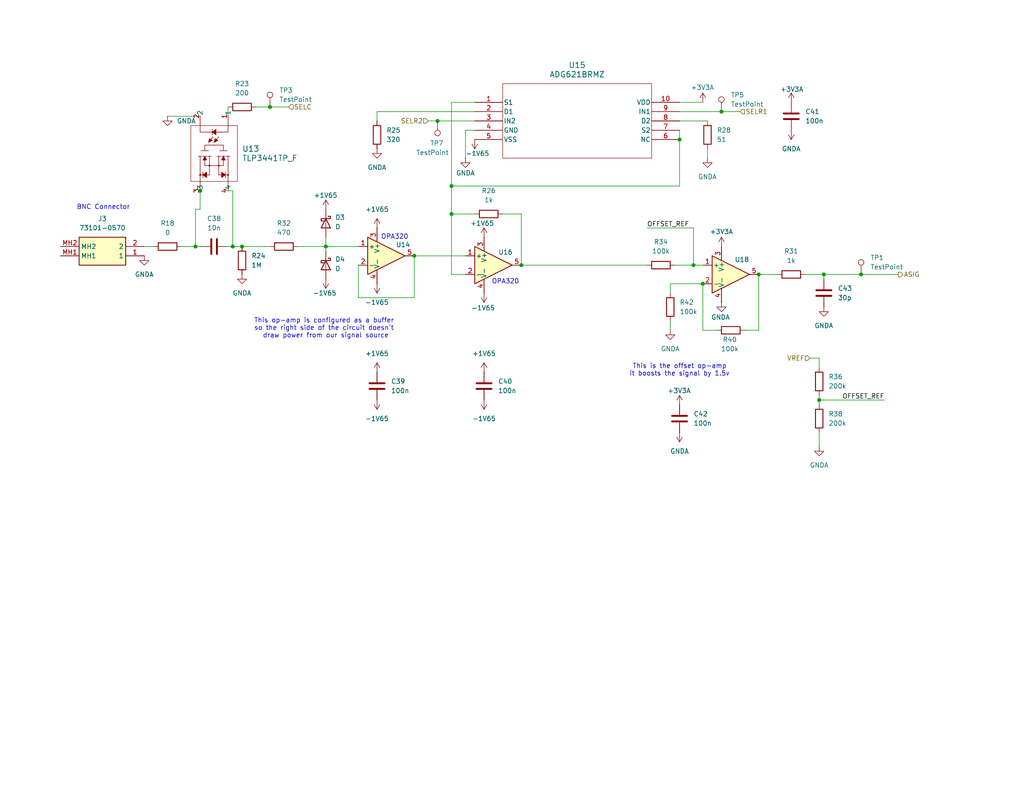
<source format=kicad_sch>
(kicad_sch (version 20250114) (generator "eeschema") (generator_version "9.0")
  (paper "USLetter")
  (title_block (title "analog frontend") (date "2026-01-18"))
  (lib_symbols
    (symbol "ADG621BRMZ (switch):ADG621BRMZ" (pin_names (offset 0.254))
      (property "Reference" "U" (at 27.94 10.16 0))
      (property "Value" "ADG621BRMZ" (at 27.94 7.62 0))
      (symbol "ADG621BRMZ_0_1"
        (polyline (pts (xy 7.62 5.08) (xy 7.62 -15.24)) (stroke (width 0.127)))
        (polyline (pts (xy 7.62 -15.24) (xy 48.26 -15.24)) (stroke (width 0.127)))
        (polyline (pts (xy 48.26 5.08) (xy 7.62 5.08)) (stroke (width 0.127)))
        (polyline (pts (xy 48.26 -15.24) (xy 48.26 5.08)) (stroke (width 0.127)))
        (pin unspecified line (at 0 0 0) (length 7.62) (name "S1") (number "1"))
        (pin unspecified line (at 0 -2.54 0) (length 7.62) (name "D1") (number "2"))
        (pin unspecified line (at 0 -5.08 0) (length 7.62) (name "IN2") (number "3"))
        (pin unspecified line (at 0 -7.62 0) (length 7.62) (name "GND") (number "4"))
        (pin power_in line (at 0 -10.16 0) (length 7.62) (name "VSS") (number "5"))
        (pin power_in line (at 55.88 0 180) (length 7.62) (name "VDD") (number "10"))
        (pin unspecified line (at 55.88 -2.54 180) (length 7.62) (name "IN1") (number "9"))
        (pin unspecified line (at 55.88 -5.08 180) (length 7.62) (name "D2") (number "8"))
        (pin unspecified line (at 55.88 -7.62 180) (length 7.62) (name "S2") (number "7"))
        (pin unspecified line (at 55.88 -10.16 180) (length 7.62) (name "NC") (number "6"))
      )
    )
    (symbol "BNC:73101-0570"
      (property "Reference" "J" (at 19.05 7.62 0))
      (property "Value" "73101-0570" (at 19.05 5.08 0))
      (symbol "73101-0570_1_1"
        (rectangle (start 5.08 2.54) (end 17.78 -5.08) (stroke (width 0.254)) (fill (type background)))
        (pin passive line (at 0 0 0) (length 5.08) (name "1") (number "1"))
        (pin passive line (at 0 -2.54 0) (length 5.08) (name "2") (number "2"))
        (pin passive line (at 22.86 0 180) (length 5.08) (name "MH1") (number "MH1"))
        (pin passive line (at 22.86 -2.54 180) (length 5.08) (name "MH2") (number "MH2"))
      )
    )
    (symbol "Connector:TestPoint" (pin_numbers (hide yes)) (pin_names (offset 0.762) (hide yes))
      (property "Reference" "TP" (at 0 6.858 0))
      (property "Value" "TestPoint" (at 0 5.08 0))
      (symbol "TestPoint_0_1"
        (circle (center 0 3.302) (radius 0.762))
      )
      (symbol "TestPoint_1_1"
        (pin passive line (at 0 0 90) (length 2.54) (name "1") (number "1"))
      )
    )
    (symbol "Device:C" (pin_numbers (hide yes)) (pin_names (offset 0.254))
      (property "Reference" "C" (at 0.635 2.54 0))
      (property "Value" "C" (at 0.635 -2.54 0))
      (symbol "C_0_1"
        (polyline (pts (xy -2.032 0.762) (xy 2.032 0.762)) (stroke (width 0.508)))
        (polyline (pts (xy -2.032 -0.762) (xy 2.032 -0.762)) (stroke (width 0.508)))
      )
      (symbol "C_1_1"
        (pin passive line (at 0 3.81 270) (length 2.794) (name "~") (number "1"))
        (pin passive line (at 0 -3.81 90) (length 2.794) (name "~") (number "2"))
      )
    )
    (symbol "Device:D_Schottky" (pin_numbers (hide yes)) (pin_names (offset 1.016) (hide yes))
      (property "Reference" "D" (at 0 2.54 0))
      (property "Value" "D_Schottky" (at 0 -2.54 0))
      (symbol "D_Schottky_0_1"
        (polyline (pts (xy -1.905 0.635) (xy -1.905 1.27) (xy -1.27 1.27) (xy -1.27 -1.27) (xy -0.635 -1.27) (xy -0.635 -0.635)) (stroke (width 0.254)))
        (polyline (pts (xy 1.27 1.27) (xy 1.27 -1.27) (xy -1.27 0) (xy 1.27 1.27)) (stroke (width 0.254)))
        (polyline (pts (xy 1.27 0) (xy -1.27 0)))
      )
      (symbol "D_Schottky_1_1"
        (pin passive line (at -3.81 0 0) (length 2.54) (name "K") (number "1"))
        (pin passive line (at 3.81 0 180) (length 2.54) (name "A") (number "2"))
      )
    )
    (symbol "Device:R" (pin_numbers (hide yes)) (pin_names (offset 0))
      (property "Reference" "R" (at 2.032 0 90))
      (property "Value" "R" (at 0 0 90))
      (symbol "R_0_1"
        (rectangle (start -1.016 -2.54) (end 1.016 2.54) (stroke (width 0.254)))
      )
      (symbol "R_1_1"
        (pin passive line (at 0 3.81 270) (length 1.27) (name "~") (number "1"))
        (pin passive line (at 0 -3.81 90) (length 1.27) (name "~") (number "2"))
      )
    )
    (symbol "Simulation_SPICE:OPAMP" (pin_names (offset 0.254))
      (property "Reference" "U" (at 3.81 3.175 0))
      (property "Value" "${SIM.PARAMS}" (at 3.81 -3.175 0))
      (symbol "OPAMP_0_1"
        (polyline (pts (xy 5.08 0) (xy -5.08 5.08) (xy -5.08 -5.08) (xy 5.08 0)) (stroke (width 0.254)) (fill (type background)))
      )
      (symbol "OPAMP_1_1"
        (pin input line (at -7.62 2.54 0) (length 2.54) (name "+") (number "1"))
        (pin input line (at -7.62 -2.54 0) (length 2.54) (name "-") (number "2"))
        (pin power_in line (at -2.54 7.62 270) (length 3.81) (name "V+") (number "3"))
        (pin power_in line (at -2.54 -7.62 90) (length 3.81) (name "V-") (number "4"))
        (pin output line (at 7.62 0 180) (length 2.54) (name "~") (number "5"))
      )
    )
    (symbol "TLP3441:TLP3441TP_F" (pin_names (offset 0.254))
      (property "Reference" "U" (at 0 0 0))
      (property "Value" "TLP3441TP_F" (at 0 0 0))
      (symbol "TLP3441TP_F_0_1"
        (polyline (pts (xy -2.54 -2.54) (xy 0 -2.54)))
        (polyline (pts (xy -2.54 -10.16) (xy 0 -10.16)))
        (polyline (pts (xy 0 0) (xy 15.24 0)) (stroke (width 0.127)))
        (polyline (pts (xy 0 -12.7) (xy 0 0)) (stroke (width 0.127)))
        (polyline (pts (xy 1.016 -5.842) (xy 1.016 -5.842) (xy 2.54 -5.842) (xy 1.778 -6.858) (xy 1.016 -5.842)) (fill (type outline)))
        (polyline (pts (xy 1.016 -6.858) (xy 2.54 -6.858)))
        (polyline (pts (xy 1.778 -2.54) (xy 0 -2.54)))
        (polyline (pts (xy 1.778 -2.54) (xy 1.778 -5.842)))
        (polyline (pts (xy 1.778 -10.16) (xy 0 -10.16)))
        (polyline (pts (xy 1.778 -10.16) (xy 1.778 -6.858)))
        (polyline (pts (xy 4.572 -6.35) (xy 3.048 -5.08)))
        (polyline (pts (xy 4.572 -6.35) (xy 4.572 -6.35) (xy 4.064 -5.334) (xy 3.556 -6.096) (xy 4.572 -6.35)) (fill (type outline)))
        (polyline (pts (xy 4.572 -7.874) (xy 3.048 -6.604)))
        (polyline (pts (xy 4.572 -7.874) (xy 4.572 -7.874) (xy 4.064 -6.858) (xy 3.556 -7.62) (xy 4.572 -7.874)) (fill (type outline)))
        (polyline (pts (xy 5.334 -3.81) (xy 5.334 -8.89)))
        (polyline (pts (xy 6.858 -2.794) (xy 6.858 -4.826)))
        (polyline (pts (xy 6.858 -3.81) (xy 5.334 -3.81)))
        (polyline (pts (xy 6.858 -7.874) (xy 6.858 -9.906)))
        (polyline (pts (xy 6.858 -8.89) (xy 5.334 -8.89)))
        (polyline (pts (xy 8.382 -2.032) (xy 8.382 -3.048)))
        (polyline (pts (xy 8.382 -2.54) (xy 15.24 -2.54)))
        (polyline (pts (xy 8.382 -3.302) (xy 8.382 -4.318)))
        (polyline (pts (xy 8.382 -3.81) (xy 8.382 -3.81) (xy 9.398 -3.302) (xy 9.398 -4.318) (xy 8.382 -3.81)) (fill (type outline)))
        (polyline (pts (xy 8.382 -4.572) (xy 8.382 -5.588)))
        (polyline (pts (xy 8.382 -5.08) (xy 13.462 -5.08)))
        (polyline (pts (xy 8.382 -7.112) (xy 8.382 -8.128)))
        (polyline (pts (xy 8.382 -7.62) (xy 13.462 -7.62)))
        (polyline (pts (xy 8.382 -8.382) (xy 8.382 -9.398)))
        (polyline (pts (xy 8.382 -8.89) (xy 8.382 -8.89) (xy 9.398 -8.382) (xy 9.398 -9.398) (xy 8.382 -8.89)) (fill (type outline)))
        (polyline (pts (xy 8.382 -9.652) (xy 8.382 -10.668)))
        (polyline (pts (xy 8.382 -10.16) (xy 15.24 -10.16)))
        (polyline (pts (xy 9.398 -3.81) (xy 10.922 -3.81)))
        (polyline (pts (xy 9.398 -8.89) (xy 10.922 -8.89)))
        (polyline (pts (xy 10.922 -3.81) (xy 10.922 -8.89)))
        (circle (center 10.922 -5.08) (radius 0.127) (stroke (width 0.254)))
        (circle (center 10.922 -7.62) (radius 0.127) (stroke (width 0.254)))
        (polyline (pts (xy 12.7 -3.302) (xy 14.224 -3.302)))
        (polyline (pts (xy 12.7 -8.382) (xy 12.7 -8.382) (xy 14.224 -8.382) (xy 13.462 -9.398) (xy 12.7 -8.382)) (fill (type outline)))
        (polyline (pts (xy 12.7 -9.398) (xy 14.224 -9.398)))
        (polyline (pts (xy 13.462 -2.54) (xy 13.462 -3.302)))
        (circle (center 13.462 -2.54) (radius 0.127) (stroke (width 0.254)))
        (polyline (pts (xy 13.462 -3.302) (xy 13.462 -3.302) (xy 12.7 -4.318) (xy 14.224 -4.318) (xy 13.462 -3.302)) (fill (type outline)))
        (polyline (pts (xy 13.462 -4.318) (xy 13.462 -5.08)))
        (polyline (pts (xy 13.462 -7.62) (xy 13.462 -8.382)))
        (polyline (pts (xy 13.462 -9.398) (xy 13.462 -10.16)))
        (circle (center 13.462 -10.16) (radius 0.127) (stroke (width 0.254)))
        (polyline (pts (xy 15.24 0) (xy 15.24 -12.7)) (stroke (width 0.127)))
        (polyline (pts (xy 15.24 -12.7) (xy 0 -12.7)) (stroke (width 0.127)))
        (polyline (pts (xy 17.78 -2.54) (xy 15.24 -2.54)))
        (polyline (pts (xy 17.78 -10.16) (xy 15.24 -10.16)))
        (pin unspecified line (at -2.5146 -2.54 180) (length 0.0254) (name "1") (number "1"))
        (pin unspecified line (at -2.5146 -10.16 180) (length 0.0254) (name "2") (number "2"))
        (pin unspecified line (at 17.8054 -2.54 180) (length 0.0254) (name "4") (number "4"))
        (pin unspecified line (at 17.8054 -10.16 180) (length 0.0254) (name "3") (number "3"))
      )
    )
    (symbol "power:+3V3" (power) (pin_numbers (hide yes)) (pin_names (offset 0) (hide yes))
      (property "Value" "+3V3" (at 0 3.556 0))
      (symbol "+3V3_0_1"
        (polyline (pts (xy -0.762 1.27) (xy 0 2.54)))
        (polyline (pts (xy 0 2.54) (xy 0.762 1.27)))
        (polyline (pts (xy 0 0) (xy 0 2.54)))
      )
      (symbol "+3V3_1_1"
        (pin power_in line (at 0 0 90) (length 0) (name "~") (number "1"))
      )
    )
    (symbol "power:GND" (power) (pin_numbers (hide yes)) (pin_names (offset 0) (hide yes))
      (property "Value" "GND" (at 0 -3.81 0))
      (symbol "GND_0_1"
        (polyline (pts (xy 0 0) (xy 0 -1.27) (xy 1.27 -1.27) (xy 0 -2.54) (xy -1.27 -1.27) (xy 0 -1.27)))
      )
      (symbol "GND_1_1"
        (pin power_in line (at 0 0 270) (length 0) (name "~") (number "1"))
      )
    )
    (symbol "power:GNDA" (power) (pin_numbers (hide yes)) (pin_names (offset 0) (hide yes))
      (property "Value" "GNDA" (at 0 -3.81 0))
      (symbol "GNDA_0_1"
        (polyline (pts (xy 0 0) (xy 0 -1.27) (xy 1.27 -1.27) (xy 0 -2.54) (xy -1.27 -1.27) (xy 0 -1.27)))
      )
      (symbol "GNDA_1_1"
        (pin power_in line (at 0 0 270) (length 0) (name "~") (number "1"))
      )
    )
    (symbol "power:VDC" (power) (pin_numbers (hide yes)) (pin_names (offset 0) (hide yes))
      (property "Value" "VDC" (at 0 3.556 0))
      (symbol "VDC_0_1"
        (polyline (pts (xy -0.762 1.27) (xy 0 2.54)))
        (polyline (pts (xy 0 2.54) (xy 0.762 1.27)))
        (polyline (pts (xy 0 0) (xy 0 2.54)))
      )
      (symbol "VDC_1_1"
        (pin power_in line (at 0 0 90) (length 0) (name "~") (number "1"))
      )
    )
  )
  (text "OPA320\n" (at 137.922 76.962 0) (effects (font (size 1.27 1.27))))
  (text "OPA320\n" (at 107.696 64.77 0) (effects (font (size 1.27 1.27))))
  (text "BNC Connector\n" (at 28.194 56.642 0) (effects (font (size 1.27 1.27))))
  (text "This op-amp is configured as a buffer \nso the right side of the circuit doesn't \ndraw power from our signal source" (at 88.9 89.662 0) (effects (font (size 1.27 1.27))))
  (text "This is the offset op-amp\nit boosts the signal by 1.5v" (at 185.42 101.092 0) (effects (font (size 1.27 1.27))))
  (junction (at 123.19 50.8))
  (junction (at 185.42 38.1))
  (junction (at 54.61 52.0954))
  (junction (at 123.19 58.42))
  (junction (at 191.77 77.47))
  (junction (at 224.79 74.93))
  (junction (at 234.95 74.93))
  (junction (at 142.24 72.39))
  (junction (at 53.34 67.31))
  (junction (at 189.23 72.39))
  (junction (at 207.01 74.93))
  (junction (at 196.85 30.48))
  (junction (at 63.5 67.31))
  (junction (at 88.9 67.31))
  (junction (at 223.52 109.22))
  (junction (at 73.66 29.21))
  (junction (at 66.04 67.31))
  (junction (at 113.03 69.85))
  (junction (at 119.38 33.02))
  (wire (pts (xy 113.03 69.85) (xy 127 69.85)))
  (wire (pts (xy 195.58 90.17) (xy 191.77 90.17)))
  (wire (pts (xy 127 43.18) (xy 127 35.56)))
  (wire (pts (xy 78.74 29.21) (xy 73.66 29.21)))
  (wire (pts (xy 142.24 58.42) (xy 142.24 72.39)))
  (wire (pts (xy 53.34 57.15) (xy 53.34 67.31)))
  (wire (pts (xy 219.71 74.93) (xy 224.79 74.93)))
  (wire (pts (xy 97.79 72.39) (xy 97.79 81.28)))
  (wire (pts (xy 207.01 74.93) (xy 207.01 90.17)))
  (wire (pts (xy 62.23 29.21) (xy 62.23 31.75)))
  (wire (pts (xy 62.23 52.07) (xy 63.5 52.07)))
  (wire (pts (xy 54.61 52.0954) (xy 54.61 57.15)))
  (wire (pts (xy 223.52 97.79) (xy 223.52 100.33)))
  (wire (pts (xy 191.77 77.47) (xy 182.88 77.47)))
  (wire (pts (xy 234.95 74.93) (xy 245.11 74.93)))
  (wire (pts (xy 223.52 109.22) (xy 241.3 109.22)))
  (wire (pts (xy 39.37 67.31) (xy 41.91 67.31)))
  (wire (pts (xy 185.42 38.1) (xy 185.42 50.8)))
  (wire (pts (xy 189.23 72.39) (xy 191.77 72.39)))
  (wire (pts (xy 63.5 52.07) (xy 63.5 67.31)))
  (wire (pts (xy 220.98 97.79) (xy 223.52 97.79)))
  (wire (pts (xy 207.01 90.17) (xy 203.2 90.17)))
  (wire (pts (xy 201.93 30.48) (xy 196.85 30.48)))
  (wire (pts (xy 207.01 74.93) (xy 212.09 74.93)))
  (wire (pts (xy 116.84 33.02) (xy 119.38 33.02)))
  (wire (pts (xy 45.72 31.75) (xy 54.61 31.75)))
  (wire (pts (xy 62.23 67.31) (xy 63.5 67.31)))
  (wire (pts (xy 123.19 50.8) (xy 123.19 58.42)))
  (wire (pts (xy 88.9 64.77) (xy 88.9 67.31)))
  (wire (pts (xy 196.85 30.48) (xy 185.42 30.48)))
  (wire (pts (xy 142.24 72.39) (xy 176.53 72.39)))
  (wire (pts (xy 73.66 29.21) (xy 69.85 29.21)))
  (wire (pts (xy 223.52 118.11) (xy 223.52 121.92)))
  (wire (pts (xy 88.9 67.31) (xy 97.79 67.31)))
  (wire (pts (xy 123.19 58.42) (xy 123.19 74.93)))
  (wire (pts (xy 184.15 72.39) (xy 189.23 72.39)))
  (wire (pts (xy 185.42 35.56) (xy 185.42 38.1)))
  (wire (pts (xy 113.03 69.85) (xy 113.03 81.28)))
  (wire (pts (xy 224.79 74.93) (xy 234.95 74.93)))
  (wire (pts (xy 223.52 107.95) (xy 223.52 109.22)))
  (wire (pts (xy 119.38 33.02) (xy 129.54 33.02)))
  (wire (pts (xy 193.04 40.64) (xy 193.04 43.18)))
  (wire (pts (xy 129.54 30.48) (xy 102.87 30.48)))
  (wire (pts (xy 81.28 67.31) (xy 88.9 67.31)))
  (wire (pts (xy 223.52 109.22) (xy 223.52 110.49)))
  (wire (pts (xy 182.88 77.47) (xy 182.88 80.01)))
  (wire (pts (xy 137.16 58.42) (xy 142.24 58.42)))
  (wire (pts (xy 54.61 52.07) (xy 54.61 52.0954)))
  (wire (pts (xy 88.9 67.31) (xy 88.9 68.58)))
  (wire (pts (xy 127 35.56) (xy 129.54 35.56)))
  (wire (pts (xy 185.42 33.02) (xy 193.04 33.02)))
  (wire (pts (xy 129.54 58.42) (xy 123.19 58.42)))
  (wire (pts (xy 189.23 72.39) (xy 189.23 62.23)))
  (wire (pts (xy 185.42 50.8) (xy 123.19 50.8)))
  (wire (pts (xy 123.19 27.94) (xy 123.19 50.8)))
  (wire (pts (xy 97.79 81.28) (xy 113.03 81.28)))
  (wire (pts (xy 129.54 27.94) (xy 123.19 27.94)))
  (wire (pts (xy 127 74.93) (xy 123.19 74.93)))
  (wire (pts (xy 53.34 67.31) (xy 54.61 67.31)))
  (wire (pts (xy 102.87 30.48) (xy 102.87 33.02)))
  (wire (pts (xy 49.53 67.31) (xy 53.34 67.31)))
  (wire (pts (xy 191.77 27.94) (xy 185.42 27.94)))
  (wire (pts (xy 176.53 62.23) (xy 189.23 62.23)))
  (wire (pts (xy 53.34 57.15) (xy 54.61 57.15)))
  (wire (pts (xy 191.77 90.17) (xy 191.77 77.47)))
  (wire (pts (xy 63.5 67.31) (xy 66.04 67.31)))
  (wire (pts (xy 66.04 67.31) (xy 73.66 67.31)))
  (wire (pts (xy 182.88 87.63) (xy 182.88 90.17)))
  (wire (pts (xy 224.79 74.93) (xy 224.79 76.2)))
  (label "OFFSET_REF" (at 241.3 109.22 180))
  (label "OFFSET_REF" (at 176.53 62.23 0))
  (hierarchical_label "VREF" (shape input) (at 220.98 97.79 180))
  (hierarchical_label "SELR1" (shape input) (at 201.93 30.48 0))
  (hierarchical_label "SELC" (shape input) (at 78.74 29.21 0))
  (hierarchical_label "SELR2" (shape input) (at 116.84 33.02 180))
  (hierarchical_label "ASIG" (shape output) (at 245.11 74.93 0))
  (symbol (lib_id "power:VDC") (at 132.08 64.77 0) (unit 1)
    (property "Reference" "#PWR094" (effects (hide yes)))
    (property "Value" "+1V65" (at 131.572 60.96 0))
    (property "Description" "Power symbol creates a global label with name \"VDC\"" (effects (hide yes)))
    (instances (project "RP2350_60QFN_minimal" (path "" (reference "#PWR094") (unit 1)) (path "" (reference "#PWR060") (unit 1))))
  )
  (symbol (lib_id "power:GND") (at 193.04 43.18 0) (unit 1)
    (property "Reference" "#PWR097" (effects (hide yes)))
    (property "Value" "GNDA" (at 193.04 48.26 0))
    (property "Description" "Power symbol creates a global label with name \"GND\" , ground" (effects (hide yes)))
    (instances (project "RP2350_60QFN_minimal" (path "" (reference "#PWR097") (unit 1)) (path "" (reference "#PWR063") (unit 1))))
  )
  (symbol (lib_id "Device:D_Schottky") (at 88.9 60.96 270) (unit 1)
    (property "Reference" "D3" (at 91.44 59.3724 90) (effects (justify left)))
    (property "Value" "D" (at 91.44 61.9124 90) (effects (justify left)))
    (property "Footprint" "Diode_SMD:D_SOD-123" (effects (hide yes)))
    (property "Description" "Schottky diode" (effects (hide yes)))
    (property "Sim.Device" "D" (effects (hide yes)))
    (property "Sim.Pins" "1=K 2=A" (effects (hide yes)))
    (property "Purchase Link" "https://www.digikey.com/en/products/detail/onsemi/BAT54T1G/918319" (effects (hide yes)))
    (instances (project "RP2350_60QFN_minimal" (path "" (reference "D3") (unit 1)) (path "" (reference "D1") (unit 1))))
  )
  (symbol (lib_id "Connector:TestPoint") (at 119.38 33.02 180) (unit 1)
    (property "Reference" "TP7" (at 117.348 39.116 0) (effects (justify right)))
    (property "Value" "TestPoint" (at 113.538 41.656 0) (effects (justify right)))
    (property "Footprint" "CustomTestPoints:TestPoint_0603_1608Metric" (effects (hide yes)))
    (property "Description" "test point" (effects (hide yes)))
    (instances (project "" (path "" (reference "TP7") (unit 1)) (path "" (reference "TP8") (unit 1))))
  )
  (symbol (lib_id "Device:C") (at 224.79 80.01 0) (unit 1)
    (property "Reference" "C43" (at 228.6 78.7399 0) (effects (justify left)))
    (property "Value" "30p" (at 228.6 81.2799 0) (effects (justify left)))
    (property "Footprint" "Capacitor_SMD:C_0402_1005Metric" (effects (hide yes)))
    (property "Description" "Unpolarized capacitor" (effects (hide yes)))
    (property "Purchase Link" "https://www.digikey.com/en/products/detail/walsin-technology-corporation/0603N300J500CT/9355012" (effects (hide yes)))
    (instances (project "RP2350_60QFN_minimal" (path "" (reference "C43") (unit 1)) (path "" (reference "C35") (unit 1))))
  )
  (symbol (lib_id "power:GND") (at 127 43.18 0) (unit 1)
    (property "Reference" "#PWR092" (effects (hide yes)))
    (property "Value" "GNDA" (at 127 47.244 0))
    (property "Description" "Power symbol creates a global label with name \"GND\" , ground" (effects (hide yes)))
    (instances (project "RP2350_60QFN_minimal" (path "" (reference "#PWR092") (unit 1)) (path "" (reference "#PWR058") (unit 1))))
  )
  (symbol (lib_id "power:GND") (at 66.04 74.93 0) (unit 1)
    (property "Reference" "#PWR082" (effects (hide yes)))
    (property "Value" "GNDA" (at 66.04 80.01 0))
    (property "Description" "Power symbol creates a global label with name \"GND\" , ground" (effects (hide yes)))
    (instances (project "RP2350_60QFN_minimal" (path "" (reference "#PWR082") (unit 1)) (path "" (reference "#PWR048") (unit 1))))
  )
  (symbol (lib_id "Device:R") (at 223.52 114.3 0) (unit 1)
    (property "Reference" "R38" (at 226.06 113.0299 0) (effects (justify left)))
    (property "Value" "200k" (at 226.06 115.5699 0) (effects (justify left)))
    (property "Footprint" "Resistor_SMD:R_0402_1005Metric" (effects (hide yes)))
    (property "Description" "Resistor" (effects (hide yes)))
    (instances (project "" (path "" (reference "R38") (unit 1)) (path "" (reference "R39") (unit 1))))
  )
  (symbol (lib_id "Connector:TestPoint") (at 196.85 30.48 0) (unit 1)
    (property "Reference" "TP5" (at 199.39 25.9079 0) (effects (justify left)))
    (property "Value" "TestPoint" (at 199.39 28.4479 0) (effects (justify left)))
    (property "Footprint" "CustomTestPoints:TestPoint_0603_1608Metric" (effects (hide yes)))
    (property "Description" "test point" (effects (hide yes)))
    (instances (project "" (path "" (reference "TP5") (unit 1)) (path "" (reference "TP6") (unit 1))))
  )
  (symbol (lib_id "power:GND") (at 223.52 121.92 0) (unit 1)
    (property "Reference" "#PWR0107" (effects (hide yes)))
    (property "Value" "GNDA" (at 223.52 127 0))
    (property "Description" "Power symbol creates a global label with name \"GND\" , ground" (effects (hide yes)))
    (instances (project "" (path "" (reference "#PWR0107") (unit 1)) (path "" (reference "#PWR0108") (unit 1))))
  )
  (symbol (lib_id "Device:R") (at 102.87 36.83 180) (unit 1)
    (property "Reference" "R25" (at 105.41 35.5599 0) (effects (justify right)))
    (property "Value" "320" (at 105.41 38.0999 0) (effects (justify right)))
    (property "Footprint" "Resistor_SMD:R_0603_1608Metric" (effects (hide yes)))
    (property "Description" "Resistor" (effects (hide yes)))
    (property "Purchase Link" "https://www.digikey.com/en/products/detail/vishay-dale/TNPW0603320RBEEA/4972421" (effects (hide yes)))
    (instances (project "RP2350_60QFN_minimal" (path "" (reference "R25") (unit 1)) (path "" (reference "R16") (unit 1))))
  )
  (symbol (lib_id "power:VDC") (at 88.9 57.15 0) (unit 1)
    (property "Reference" "#PWR083" (effects (hide yes)))
    (property "Value" "+1V65" (at 85.598 53.34 0) (effects (justify left)))
    (property "Description" "Power symbol creates a global label with name \"VDC\"" (effects (hide yes)))
    (instances (project "RP2350_60QFN_minimal" (path "" (reference "#PWR083") (unit 1)) (path "" (reference "#PWR049") (unit 1))))
  )
  (symbol (lib_id "Device:C") (at 215.9 31.75 0) (unit 1)
    (property "Reference" "C41" (at 219.71 30.4799 0) (effects (justify left)))
    (property "Value" "100n" (at 219.71 33.0199 0) (effects (justify left)))
    (property "Footprint" "Capacitor_SMD:C_0402_1005Metric" (effects (hide yes)))
    (property "Description" "Unpolarized capacitor" (effects (hide yes)))
    (instances (project "RP2350_60QFN_minimal" (path "" (reference "C41") (unit 1)) (path "" (reference "C33") (unit 1))))
  )
  (symbol (lib_id "Simulation_SPICE:OPAMP") (at 105.41 69.85 0) (unit 1)
    (property "Reference" "U14" (at 109.982 66.802 0))
    (property "Value" "${SIM.PARAMS}" (at 113.03 66.6049 0))
    (property "Footprint" "OPA320:DBV5" (effects (hide yes)))
    (property "Datasheet" "https://ngspice.sourceforge.io/docs/ngspice-html-manual/manual.xhtml#sec__SUBCKT_Subcircuits" (effects (hide yes)))
    (property "Description" "Operational amplifier, single" (effects (hide yes)))
    (property "Sim.Pins" "1=in+ 2=in- 3=vcc 4=vee 5=out" (effects (hide yes)))
    (property "Sim.Device" "SUBCKT" (effects (hide yes)))
    (property "Sim.Library" "${KICAD9_SYMBOL_DIR}/Simulation_SPICE.sp" (effects (hide yes)))
    (property "Sim.Name" "kicad_builtin_opamp" (effects (hide yes)))
    (instances (project "RP2350_60QFN_minimal" (path "" (reference "U14") (unit 1)) (path "" (reference "U9") (unit 1))))
  )
  (symbol (lib_id "power:VDC") (at 185.42 118.11 180) (unit 1)
    (property "Reference" "#PWR0105" (effects (hide yes)))
    (property "Value" "GNDA" (at 185.42 123.19 0))
    (property "Description" "Power symbol creates a global label with name \"VDC\"" (effects (hide yes)))
    (instances (project "RP2350_60QFN_minimal" (path "" (reference "#PWR0105") (unit 1)) (path "" (reference "#PWR071") (unit 1))))
  )
  (symbol (lib_id "Simulation_SPICE:OPAMP") (at 134.62 72.39 0) (unit 1)
    (property "Reference" "U16" (at 137.922 68.834 0))
    (property "Value" "${SIM.PARAMS}" (at 142.24 69.1449 0))
    (property "Footprint" "OPA320:DBV5" (effects (hide yes)))
    (property "Datasheet" "https://ngspice.sourceforge.io/docs/ngspice-html-manual/manual.xhtml#sec__SUBCKT_Subcircuits" (effects (hide yes)))
    (property "Description" "Operational amplifier, single" (effects (hide yes)))
    (property "Sim.Pins" "1=in+ 2=in- 3=vcc 4=vee 5=out" (effects (hide yes)))
    (property "Sim.Device" "SUBCKT" (effects (hide yes)))
    (property "Sim.Library" "${KICAD9_SYMBOL_DIR}/Simulation_SPICE.sp" (effects (hide yes)))
    (property "Sim.Name" "kicad_builtin_opamp" (effects (hide yes)))
    (property "Purchase Link" "https://www.digikey.com/en/products/detail/texas-instruments/OPA320AIDBVR/2747429" (effects (hide yes)))
    (instances (project "RP2350_60QFN_minimal" (path "" (reference "U16") (unit 1)) (path "" (reference "U11") (unit 1))))
  )
  (symbol (lib_id "Device:C") (at 185.42 114.3 0) (unit 1)
    (property "Reference" "C42" (at 189.23 113.0299 0) (effects (justify left)))
    (property "Value" "100n" (at 189.23 115.5699 0) (effects (justify left)))
    (property "Footprint" "Capacitor_SMD:C_0402_1005Metric" (effects (hide yes)))
    (property "Description" "Unpolarized capacitor" (effects (hide yes)))
    (instances (project "RP2350_60QFN_minimal" (path "" (reference "C42") (unit 1)) (path "" (reference "C34") (unit 1))))
  )
  (symbol (lib_id "TLP3441:TLP3441TP_F") (at 64.77 34.29 270) (unit 1)
    (property "Reference" "U13" (at 66.04 40.6399 90) (effects (font (size 1.524 1.524)) (justify left)))
    (property "Value" "TLP3441TP_F" (at 66.04 43.1799 90) (effects (font (size 1.524 1.524)) (justify left)))
    (property "Footprint" "TLP3441:VSON4_TOS" (effects (hide yes)))
    (property "Datasheet" "https://toshiba.semicon-storage.com/info/docget.jsp?did=29491&prodName=TLP3441" (effects (hide yes)))
    (property "Purchase Link" "https://www.digikey.com/en/products/detail/toshiba-semiconductor-and-storage/TLP3441-TP-F/6605311" (effects (hide yes)))
    (instances (project "RP2350_60QFN_minimal" (path "" (reference "U13") (unit 1)) (path "" (reference "U8") (unit 1))))
  )
  (symbol (lib_id "Simulation_SPICE:OPAMP") (at 199.39 74.93 0) (unit 1)
    (property "Reference" "U18" (at 202.438 70.866 0))
    (property "Value" "${SIM.PARAMS}" (at 207.01 71.6849 0))
    (property "Footprint" "OPA320:DBV5" (effects (hide yes)))
    (property "Datasheet" "https://ngspice.sourceforge.io/docs/ngspice-html-manual/manual.xhtml#sec__SUBCKT_Subcircuits" (effects (hide yes)))
    (property "Description" "Operational amplifier, single" (effects (hide yes)))
    (property "Sim.Pins" "1=in+ 2=in- 3=vcc 4=vee 5=out" (effects (hide yes)))
    (property "Sim.Device" "SUBCKT" (effects (hide yes)))
    (property "Sim.Library" "${KICAD9_SYMBOL_DIR}/Simulation_SPICE.sp" (effects (hide yes)))
    (property "Sim.Name" "kicad_builtin_opamp" (effects (hide yes)))
    (instances (project "RP2350_60QFN_minimal" (path "" (reference "U18") (unit 1)) (path "" (reference "U19") (unit 1))))
  )
  (symbol (lib_id "Device:C") (at 58.42 67.31 90) (unit 1)
    (property "Reference" "C38" (at 58.42 59.69 90))
    (property "Value" "10n" (at 58.42 62.23 90))
    (property "Footprint" "Capacitor_SMD:C_0402_1005Metric" (effects (hide yes)))
    (property "Description" "Unpolarized capacitor. Needs to support high voltages" (effects (hide yes)))
    (property "Purchase Link" "https://www.digikey.com/en/products/detail/kemet/C0603X103J4HACTU/8334457" (effects (hide yes)))
    (instances (project "RP2350_60QFN_minimal" (path "" (reference "C38") (unit 1)) (path "" (reference "C29") (unit 1))))
  )
  (symbol (lib_id "power:VDC") (at 102.87 77.47 180) (unit 1)
    (property "Reference" "#PWR086" (effects (hide yes)))
    (property "Value" "-1V65" (at 102.87 82.55 0))
    (property "Description" "Power symbol creates a global label with name \"VDC\"" (effects (hide yes)))
    (instances (project "RP2350_60QFN_minimal" (path "" (reference "#PWR086") (unit 1)) (path "" (reference "#PWR052") (unit 1))))
  )
  (symbol (lib_id "power:VDC") (at 102.87 101.6 0) (unit 1)
    (property "Reference" "#PWR087" (effects (hide yes)))
    (property "Value" "+1V65" (at 102.87 96.52 0))
    (property "Description" "Power symbol creates a global label with name \"VDC\"" (effects (hide yes)))
    (instances (project "RP2350_60QFN_minimal" (path "" (reference "#PWR087") (unit 1)) (path "" (reference "#PWR053") (unit 1))))
  )
  (symbol (lib_id "Device:R") (at 66.04 29.21 90) (unit 1)
    (property "Reference" "R23" (at 66.04 22.86 90))
    (property "Value" "200" (at 66.04 25.4 90))
    (property "Footprint" "Resistor_SMD:R_0402_1005Metric" (effects (hide yes)))
    (property "Description" "Resistor" (effects (hide yes)))
    (instances (project "RP2350_60QFN_minimal" (path "" (reference "R23") (unit 1)) (path "" (reference "R14") (unit 1))))
  )
  (symbol (lib_id "Device:R") (at 133.35 58.42 90) (unit 1)
    (property "Reference" "R26" (at 133.35 52.07 90))
    (property "Value" "1k" (at 133.35 54.61 90))
    (property "Footprint" "Resistor_SMD:R_0402_1005Metric" (effects (hide yes)))
    (property "Description" "Resistor" (effects (hide yes)))
    (property "Purchase Link" "https://www.digikey.com/en/products/detail/panasonic-electronic-components/ERA-3AEB102V/1465854" (effects (hide yes)))
    (instances (project "RP2350_60QFN_minimal" (path "" (reference "R26") (unit 1)) (path "" (reference "R17") (unit 1))))
  )
  (symbol (lib_id "power:VDC") (at 102.87 109.22 180) (unit 1)
    (property "Reference" "#PWR088" (effects (hide yes)))
    (property "Value" "-1V65" (at 102.87 114.3 0))
    (property "Description" "Power symbol creates a global label with name \"VDC\"" (effects (hide yes)))
    (instances (project "RP2350_60QFN_minimal" (path "" (reference "#PWR088") (unit 1)) (path "" (reference "#PWR054") (unit 1))))
  )
  (symbol (lib_id "Device:R") (at 223.52 104.14 0) (unit 1)
    (property "Reference" "R36" (at 226.06 102.8699 0) (effects (justify left)))
    (property "Value" "200k" (at 226.06 105.4099 0) (effects (justify left)))
    (property "Footprint" "Resistor_SMD:R_0402_1005Metric" (effects (hide yes)))
    (property "Description" "Resistor" (effects (hide yes)))
    (instances (project "" (path "" (reference "R36") (unit 1)) (path "" (reference "R37") (unit 1))))
  )
  (symbol (lib_id "Device:C") (at 132.08 105.41 0) (unit 1)
    (property "Reference" "C40" (at 135.89 104.1399 0) (effects (justify left)))
    (property "Value" "100n" (at 135.89 106.6799 0) (effects (justify left)))
    (property "Footprint" "Capacitor_SMD:C_0402_1005Metric" (effects (hide yes)))
    (property "Description" "Unpolarized capacitor" (effects (hide yes)))
    (instances (project "RP2350_60QFN_minimal" (path "" (reference "C40") (unit 1)) (path "" (reference "C32") (unit 1))))
  )
  (symbol (lib_id "Device:R") (at 77.47 67.31 90) (unit 1)
    (property "Reference" "R32" (at 77.47 60.96 90))
    (property "Value" "470" (at 77.47 63.5 90))
    (property "Footprint" "Resistor_SMD:R_0402_1005Metric" (effects (hide yes)))
    (property "Description" "Resistor" (effects (hide yes)))
    (instances (project "" (path "" (reference "R32") (unit 1)) (path "" (reference "R33") (unit 1))))
  )
  (symbol (lib_id "Device:C") (at 102.87 105.41 0) (unit 1)
    (property "Reference" "C39" (at 106.68 104.1399 0) (effects (justify left)))
    (property "Value" "100n" (at 106.68 106.6799 0) (effects (justify left)))
    (property "Footprint" "Capacitor_SMD:C_0402_1005Metric" (effects (hide yes)))
    (property "Description" "Unpolarized capacitor" (effects (hide yes)))
    (instances (project "RP2350_60QFN_minimal" (path "" (reference "C39") (unit 1)) (path "" (reference "C31") (unit 1))))
  )
  (symbol (lib_id "power:GNDA") (at 196.85 82.55 0) (unit 1)
    (property "Reference" "#PWR0109" (effects (hide yes)))
    (property "Value" "GNDA" (at 196.596 86.614 0))
    (property "Description" "Power symbol creates a global label with name \"GNDA\" , analog ground" (effects (hide yes)))
    (instances (project "" (path "" (reference "#PWR0109") (unit 1)) (path "" (reference "#PWR0110") (unit 1))))
  )
  (symbol (lib_id "power:VDC") (at 132.08 80.01 180) (unit 1)
    (property "Reference" "#PWR095" (effects (hide yes)))
    (property "Value" "-1V65" (at 131.826 84.074 0))
    (property "Description" "Power symbol creates a global label with name \"VDC\"" (effects (hide yes)))
    (instances (project "RP2350_60QFN_minimal" (path "" (reference "#PWR095") (unit 1)) (path "" (reference "#PWR061") (unit 1))))
  )
  (symbol (lib_id "power:VDC") (at 132.08 109.22 180) (unit 1)
    (property "Reference" "#PWR091" (effects (hide yes)))
    (property "Value" "-1V65" (at 132.08 114.3 0))
    (property "Description" "Power symbol creates a global label with name \"VDC\"" (effects (hide yes)))
    (instances (project "RP2350_60QFN_minimal" (path "" (reference "#PWR091") (unit 1)) (path "" (reference "#PWR057") (unit 1))))
  )
  (symbol (lib_id "power:GND") (at 182.88 90.17 0) (unit 1)
    (property "Reference" "#PWR0113" (effects (hide yes)))
    (property "Value" "GNDA" (at 182.88 95.25 0))
    (property "Description" "Power symbol creates a global label with name \"GND\" , ground" (effects (hide yes)))
    (instances (project "" (path "" (reference "#PWR0113") (unit 1)) (path "" (reference "#PWR0114") (unit 1))))
  )
  (symbol (lib_id "Device:D_Schottky") (at 88.9 72.39 270) (unit 1)
    (property "Reference" "D4" (at 91.44 70.8024 90) (effects (justify left)))
    (property "Value" "D" (at 91.44 73.3424 90) (effects (justify left)))
    (property "Footprint" "Diode_SMD:D_SOD-123" (effects (hide yes)))
    (property "Description" "Schottky diode" (effects (hide yes)))
    (property "Sim.Device" "D" (effects (hide yes)))
    (property "Sim.Pins" "1=K 2=A" (effects (hide yes)))
    (property "Purchase Link" "https://www.digikey.com/en/products/detail/onsemi/BAT54T1G/918319" (effects (hide yes)))
    (instances (project "RP2350_60QFN_minimal" (path "" (reference "D4") (unit 1)) (path "" (reference "D2") (unit 1))))
  )
  (symbol (lib_id "Device:R") (at 66.04 71.12 180) (unit 1)
    (property "Reference" "R24" (at 68.58 69.8499 0) (effects (justify right)))
    (property "Value" "1M" (at 68.58 72.3899 0) (effects (justify right)))
    (property "Footprint" "Resistor_SMD:R_0603_1608Metric" (effects (hide yes)))
    (property "Description" "Resistor" (effects (hide yes)))
    (property "Purchase Link" "https://www.digikey.com/en/products/detail/te-connectivity-passive-product/CPF0603B1M0E1/2389636" (effects (hide yes)))
    (instances (project "RP2350_60QFN_minimal" (path "" (reference "R24") (unit 1)) (path "" (reference "R15") (unit 1))))
  )
  (symbol (lib_id "BNC:73101-0570") (at 39.37 69.85 180) (unit 1)
    (property "Reference" "J3" (at 27.94 59.69 0))
    (property "Value" "73101-0570" (at 27.94 62.23 0))
    (property "Footprint" "BNC:731010570" (effects (hide yes)))
    (property "Datasheet" "https://componentsearchengine.com/Datasheets/1/73101-0570.pdf" (effects (hide yes)))
    (property "Description" "RF Connectors / Coaxial Connectors RA BNC JACK 75 OHM PCB RCPT,DIE CAST" (effects (hide yes)))
    (property "Mouser Part Number" "538-73101-0570" (effects (hide yes)))
    (property "Mouser Price/Stock" "https://www.mouser.com/Search/Refine.aspx?Keyword=538-73101-0570" (effects (hide yes)))
    (property "Manufacturer_Name" "Molex" (effects (hide yes)))
    (property "Manufacturer_Part_Number" "73101-0570" (effects (hide yes)))
    (instances (project "RP2350_60QFN_minimal" (path "" (reference "J3") (unit 1)) (path "" (reference "J2") (unit 1))))
  )
  (symbol (lib_id "power:VDC") (at 215.9 27.94 0) (unit 1)
    (property "Reference" "#PWR0102" (effects (hide yes)))
    (property "Value" "+3V3A" (at 212.852 24.384 0) (effects (justify left)))
    (property "Description" "Power symbol creates a global label with name \"VDC\"" (effects (hide yes)))
    (instances (project "RP2350_60QFN_minimal" (path "" (reference "#PWR0102") (unit 1)) (path "" (reference "#PWR068") (unit 1))))
  )
  (symbol (lib_id "Device:R") (at 193.04 36.83 180) (unit 1)
    (property "Reference" "R28" (at 195.58 35.5599 0) (effects (justify right)))
    (property "Value" "51" (at 195.58 38.0999 0) (effects (justify right)))
    (property "Footprint" "Resistor_SMD:R_0603_1608Metric" (effects (hide yes)))
    (property "Description" "Resistor" (effects (hide yes)))
    (property "Purchase Link" "https://www.digikey.com/en/products/detail/panasonic-electronic-components/ERA-3AEB510V/1465823" (effects (hide yes)))
    (instances (project "RP2350_60QFN_minimal" (path "" (reference "R28") (unit 1)) (path "" (reference "R19") (unit 1))))
  )
  (symbol (lib_id "power:+3V3") (at 196.85 67.31 0) (unit 1)
    (property "Reference" "#PWR0111" (effects (hide yes)))
    (property "Value" "+3V3A" (at 196.85 63.246 0))
    (property "Description" "Power symbol creates a global label with name \"+3V3\"" (effects (hide yes)))
    (instances (project "" (path "" (reference "#PWR0111") (unit 1)) (path "" (reference "#PWR0112") (unit 1))))
  )
  (symbol (lib_id "Device:R") (at 180.34 72.39 90) (unit 1)
    (property "Reference" "R34" (at 180.34 66.04 90))
    (property "Value" "100k" (at 180.34 68.58 90))
    (property "Footprint" "Resistor_SMD:R_0402_1005Metric" (effects (hide yes)))
    (property "Description" "Resistor" (effects (hide yes)))
    (instances (project "" (path "" (reference "R34") (unit 1)) (path "" (reference "R35") (unit 1))))
  )
  (symbol (lib_id "Device:R") (at 215.9 74.93 90) (unit 1)
    (property "Reference" "R31" (at 215.9 68.58 90))
    (property "Value" "1k" (at 215.9 71.12 90))
    (property "Footprint" "Resistor_SMD:R_0402_1005Metric" (effects (hide yes)))
    (property "Description" "Resistor" (effects (hide yes)))
    (property "Purchase Link" "https://www.digikey.com/en/products/detail/panasonic-electronic-components/ERA-3AEB102V/1465854" (effects (hide yes)))
    (instances (project "RP2350_60QFN_minimal" (path "" (reference "R31") (unit 1)) (path "" (reference "R22") (unit 1))))
  )
  (symbol (lib_id "power:GND") (at 102.87 40.64 0) (unit 1)
    (property "Reference" "#PWR089" (effects (hide yes)))
    (property "Value" "GNDA" (at 102.87 45.72 0))
    (property "Description" "Power symbol creates a global label with name \"GND\" , ground" (effects (hide yes)))
    (instances (project "RP2350_60QFN_minimal" (path "" (reference "#PWR089") (unit 1)) (path "" (reference "#PWR055") (unit 1))))
  )
  (symbol (lib_id "Device:R") (at 45.72 67.31 90) (unit 1)
    (property "Reference" "R18" (at 45.72 60.96 90))
    (property "Value" "0" (at 45.72 63.5 90))
    (property "Footprint" "Resistor_SMD:R_0402_1005Metric" (effects (hide yes)))
    (property "Description" "Resistor" (effects (hide yes)))
    (instances (project "" (path "" (reference "R18") (unit 1)) (path "" (reference "R20") (unit 1))))
  )
  (symbol (lib_id "power:GND") (at 224.79 83.82 0) (unit 1)
    (property "Reference" "#PWR0106" (effects (hide yes)))
    (property "Value" "GNDA" (at 224.79 88.9 0))
    (property "Description" "Power symbol creates a global label with name \"GND\" , ground" (effects (hide yes)))
    (instances (project "RP2350_60QFN_minimal" (path "" (reference "#PWR0106") (unit 1)) (path "" (reference "#PWR072") (unit 1))))
  )
  (symbol (lib_id "ADG621BRMZ (switch):ADG621BRMZ") (at 129.54 27.94 0) (unit 1)
    (property "Reference" "U15" (at 157.48 17.78 0) (effects (font (size 1.524 1.524))))
    (property "Value" "ADG621BRMZ" (at 157.48 20.32 0) (effects (font (size 1.524 1.524))))
    (property "Footprint" "ADG621BRMZ:RM_10_ADI" (effects (hide yes)))
    (property "Datasheet" "https://www.analog.com/media/en/technical-documentation/data-sheets/ADG621.pdf" (effects (hide yes)))
    (property "Purchase Link" "https://www.digikey.com/en/products/detail/analog-devices-inc/ADG621BRMZ/997745" (effects (hide yes)))
    (instances (project "RP2350_60QFN_minimal" (path "" (reference "U15") (unit 1)) (path "" (reference "U10") (unit 1))))
  )
  (symbol (lib_id "power:VDC") (at 88.9 76.2 180) (unit 1)
    (property "Reference" "#PWR084" (effects (hide yes)))
    (property "Value" "-1V65" (at 85.344 80.01 0) (effects (justify right)))
    (property "Description" "Power symbol creates a global label with name \"VDC\"" (effects (hide yes)))
    (instances (project "RP2350_60QFN_minimal" (path "" (reference "#PWR084") (unit 1)) (path "" (reference "#PWR050") (unit 1))))
  )
  (symbol (lib_id "power:VDC") (at 215.9 35.56 180) (unit 1)
    (property "Reference" "#PWR0103" (effects (hide yes)))
    (property "Value" "GNDA" (at 215.9 40.64 0))
    (property "Description" "Power symbol creates a global label with name \"VDC\"" (effects (hide yes)))
    (instances (project "RP2350_60QFN_minimal" (path "" (reference "#PWR0103") (unit 1)) (path "" (reference "#PWR069") (unit 1))))
  )
  (symbol (lib_id "Device:R") (at 182.88 83.82 0) (unit 1)
    (property "Reference" "R42" (at 185.42 82.5499 0) (effects (justify left)))
    (property "Value" "100k" (at 185.42 85.0899 0) (effects (justify left)))
    (property "Footprint" "Resistor_SMD:R_0402_1005Metric" (effects (hide yes)))
    (property "Description" "Resistor" (effects (hide yes)))
    (instances (project "" (path "" (reference "R42") (unit 1)) (path "" (reference "R43") (unit 1))))
  )
  (symbol (lib_id "power:GND") (at 39.37 69.85 0) (unit 1)
    (property "Reference" "#PWR080" (effects (hide yes)))
    (property "Value" "GNDA" (at 39.37 74.93 0))
    (property "Description" "Power symbol creates a global label with name \"GND\" , ground" (effects (hide yes)))
    (instances (project "RP2350_60QFN_minimal" (path "" (reference "#PWR080") (unit 1)) (path "" (reference "#PWR045") (unit 1))))
  )
  (symbol (lib_id "power:VDC") (at 185.42 110.49 0) (unit 1)
    (property "Reference" "#PWR0104" (effects (hide yes)))
    (property "Value" "+3V3A" (at 182.118 106.68 0) (effects (justify left)))
    (property "Description" "Power symbol creates a global label with name \"VDC\"" (effects (hide yes)))
    (instances (project "RP2350_60QFN_minimal" (path "" (reference "#PWR0104") (unit 1)) (path "" (reference "#PWR070") (unit 1))))
  )
  (symbol (lib_id "power:VDC") (at 132.08 101.6 0) (unit 1)
    (property "Reference" "#PWR090" (effects (hide yes)))
    (property "Value" "+1V65" (at 132.08 96.52 0))
    (property "Description" "Power symbol creates a global label with name \"VDC\"" (effects (hide yes)))
    (instances (project "RP2350_60QFN_minimal" (path "" (reference "#PWR090") (unit 1)) (path "" (reference "#PWR056") (unit 1))))
  )
  (symbol (lib_id "Connector:TestPoint") (at 234.95 74.93 0) (unit 1)
    (property "Reference" "TP1" (at 237.49 70.3579 0) (effects (justify left)))
    (property "Value" "TestPoint" (at 237.49 72.8979 0) (effects (justify left)))
    (property "Footprint" "CustomTestPoints:TestPoint_0603_1608Metric" (effects (hide yes)))
    (property "Description" "test point" (effects (hide yes)))
    (instances (project "" (path "" (reference "TP1") (unit 1)) (path "" (reference "TP2") (unit 1))))
  )
  (symbol (lib_id "power:VDC") (at 129.54 38.1 180) (unit 1)
    (property "Reference" "#PWR093" (effects (hide yes)))
    (property "Value" "-1V65" (at 130.302 41.91 0))
    (property "Description" "Power symbol creates a global label with name \"VDC\"" (effects (hide yes)))
    (instances (project "RP2350_60QFN_minimal" (path "" (reference "#PWR093") (unit 1)) (path "" (reference "#PWR059") (unit 1))))
  )
  (symbol (lib_id "power:VDC") (at 102.87 62.23 0) (unit 1)
    (property "Reference" "#PWR085" (effects (hide yes)))
    (property "Value" "+1V65" (at 102.87 57.15 0))
    (property "Description" "Power symbol creates a global label with name \"VDC\"" (effects (hide yes)))
    (instances (project "RP2350_60QFN_minimal" (path "" (reference "#PWR085") (unit 1)) (path "" (reference "#PWR051") (unit 1))))
  )
  (symbol (lib_id "Connector:TestPoint") (at 73.66 29.21 0) (unit 1)
    (property "Reference" "TP3" (at 76.2 24.6379 0) (effects (justify left)))
    (property "Value" "TestPoint" (at 76.2 27.1779 0) (effects (justify left)))
    (property "Footprint" "CustomTestPoints:TestPoint_0603_1608Metric" (effects (hide yes)))
    (property "Description" "test point" (effects (hide yes)))
    (instances (project "" (path "" (reference "TP3") (unit 1)) (path "" (reference "TP4") (unit 1))))
  )
  (symbol (lib_id "Device:R") (at 199.39 90.17 90) (unit 1)
    (property "Reference" "R40" (at 199.136 92.71 90))
    (property "Value" "100k" (at 199.136 95.25 90))
    (property "Footprint" "Resistor_SMD:R_0402_1005Metric" (effects (hide yes)))
    (property "Description" "Resistor" (effects (hide yes)))
    (instances (project "" (path "" (reference "R40") (unit 1)) (path "" (reference "R41") (unit 1))))
  )
  (symbol (lib_id "power:GND") (at 45.72 31.75 0) (unit 1)
    (property "Reference" "#PWR081" (effects (hide yes)))
    (property "Value" "GNDA" (at 48.26 33.0199 0) (effects (justify left)))
    (property "Description" "Power symbol creates a global label with name \"GND\" , ground" (effects (hide yes)))
    (instances (project "RP2350_60QFN_minimal" (path "" (reference "#PWR081") (unit 1)) (path "" (reference "#PWR047") (unit 1))))
  )
  (symbol (lib_id "power:VDC") (at 191.77 27.94 0) (unit 1)
    (property "Reference" "#PWR096" (effects (hide yes)))
    (property "Value" "+3V3A" (at 188.468 23.876 0) (effects (justify left)))
    (property "Description" "Power symbol creates a global label with name \"VDC\"" (effects (hide yes)))
    (instances (project "RP2350_60QFN_minimal" (path "" (reference "#PWR096") (unit 1)) (path "" (reference "#PWR062") (unit 1))))
  )
)
</source>
